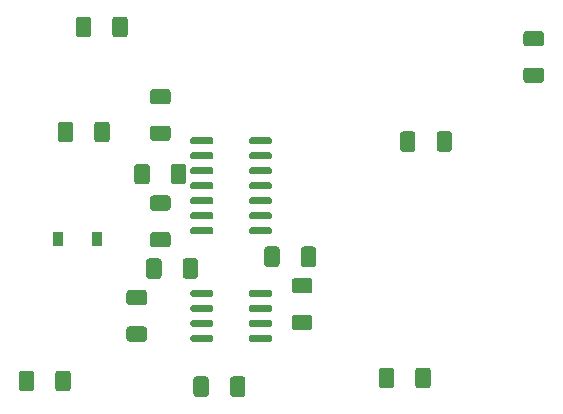
<source format=gbp>
%TF.GenerationSoftware,KiCad,Pcbnew,(5.1.12)-1*%
%TF.CreationDate,2022-05-06T09:07:05-07:00*%
%TF.ProjectId,HarmonicTremolo_V01,4861726d-6f6e-4696-9354-72656d6f6c6f,rev?*%
%TF.SameCoordinates,Original*%
%TF.FileFunction,Paste,Bot*%
%TF.FilePolarity,Positive*%
%FSLAX46Y46*%
G04 Gerber Fmt 4.6, Leading zero omitted, Abs format (unit mm)*
G04 Created by KiCad (PCBNEW (5.1.12)-1) date 2022-05-06 09:07:05*
%MOMM*%
%LPD*%
G01*
G04 APERTURE LIST*
%ADD10R,0.900000X1.200000*%
G04 APERTURE END LIST*
D10*
%TO.C,D1*%
X157350000Y-131500000D03*
X160650000Y-131500000D03*
%TD*%
%TO.C,R17*%
G36*
G01*
X196986999Y-116978000D02*
X198237001Y-116978000D01*
G75*
G02*
X198487000Y-117227999I0J-249999D01*
G01*
X198487000Y-118028001D01*
G75*
G02*
X198237001Y-118278000I-249999J0D01*
G01*
X196986999Y-118278000D01*
G75*
G02*
X196737000Y-118028001I0J249999D01*
G01*
X196737000Y-117227999D01*
G75*
G02*
X196986999Y-116978000I249999J0D01*
G01*
G37*
G36*
G01*
X196986999Y-113878000D02*
X198237001Y-113878000D01*
G75*
G02*
X198487000Y-114127999I0J-249999D01*
G01*
X198487000Y-114928001D01*
G75*
G02*
X198237001Y-115178000I-249999J0D01*
G01*
X196986999Y-115178000D01*
G75*
G02*
X196737000Y-114928001I0J249999D01*
G01*
X196737000Y-114127999D01*
G75*
G02*
X196986999Y-113878000I249999J0D01*
G01*
G37*
%TD*%
%TO.C,R18*%
G36*
G01*
X165374999Y-121900000D02*
X166625001Y-121900000D01*
G75*
G02*
X166875000Y-122149999I0J-249999D01*
G01*
X166875000Y-122950001D01*
G75*
G02*
X166625001Y-123200000I-249999J0D01*
G01*
X165374999Y-123200000D01*
G75*
G02*
X165125000Y-122950001I0J249999D01*
G01*
X165125000Y-122149999D01*
G75*
G02*
X165374999Y-121900000I249999J0D01*
G01*
G37*
G36*
G01*
X165374999Y-118800000D02*
X166625001Y-118800000D01*
G75*
G02*
X166875000Y-119049999I0J-249999D01*
G01*
X166875000Y-119850001D01*
G75*
G02*
X166625001Y-120100000I-249999J0D01*
G01*
X165374999Y-120100000D01*
G75*
G02*
X165125000Y-119850001I0J249999D01*
G01*
X165125000Y-119049999D01*
G75*
G02*
X165374999Y-118800000I249999J0D01*
G01*
G37*
%TD*%
%TO.C,R19*%
G36*
G01*
X164800000Y-134625001D02*
X164800000Y-133374999D01*
G75*
G02*
X165049999Y-133125000I249999J0D01*
G01*
X165850001Y-133125000D01*
G75*
G02*
X166100000Y-133374999I0J-249999D01*
G01*
X166100000Y-134625001D01*
G75*
G02*
X165850001Y-134875000I-249999J0D01*
G01*
X165049999Y-134875000D01*
G75*
G02*
X164800000Y-134625001I0J249999D01*
G01*
G37*
G36*
G01*
X167900000Y-134625001D02*
X167900000Y-133374999D01*
G75*
G02*
X168149999Y-133125000I249999J0D01*
G01*
X168950001Y-133125000D01*
G75*
G02*
X169200000Y-133374999I0J-249999D01*
G01*
X169200000Y-134625001D01*
G75*
G02*
X168950001Y-134875000I-249999J0D01*
G01*
X168149999Y-134875000D01*
G75*
G02*
X167900000Y-134625001I0J249999D01*
G01*
G37*
%TD*%
%TO.C,R20*%
G36*
G01*
X178625001Y-136100000D02*
X177374999Y-136100000D01*
G75*
G02*
X177125000Y-135850001I0J249999D01*
G01*
X177125000Y-135049999D01*
G75*
G02*
X177374999Y-134800000I249999J0D01*
G01*
X178625001Y-134800000D01*
G75*
G02*
X178875000Y-135049999I0J-249999D01*
G01*
X178875000Y-135850001D01*
G75*
G02*
X178625001Y-136100000I-249999J0D01*
G01*
G37*
G36*
G01*
X178625001Y-139200000D02*
X177374999Y-139200000D01*
G75*
G02*
X177125000Y-138950001I0J249999D01*
G01*
X177125000Y-138149999D01*
G75*
G02*
X177374999Y-137900000I249999J0D01*
G01*
X178625001Y-137900000D01*
G75*
G02*
X178875000Y-138149999I0J-249999D01*
G01*
X178875000Y-138950001D01*
G75*
G02*
X178625001Y-139200000I-249999J0D01*
G01*
G37*
%TD*%
%TO.C,R21*%
G36*
G01*
X161712000Y-121802999D02*
X161712000Y-123053001D01*
G75*
G02*
X161462001Y-123303000I-249999J0D01*
G01*
X160661999Y-123303000D01*
G75*
G02*
X160412000Y-123053001I0J249999D01*
G01*
X160412000Y-121802999D01*
G75*
G02*
X160661999Y-121553000I249999J0D01*
G01*
X161462001Y-121553000D01*
G75*
G02*
X161712000Y-121802999I0J-249999D01*
G01*
G37*
G36*
G01*
X158612000Y-121802999D02*
X158612000Y-123053001D01*
G75*
G02*
X158362001Y-123303000I-249999J0D01*
G01*
X157561999Y-123303000D01*
G75*
G02*
X157312000Y-123053001I0J249999D01*
G01*
X157312000Y-121802999D01*
G75*
G02*
X157561999Y-121553000I249999J0D01*
G01*
X158362001Y-121553000D01*
G75*
G02*
X158612000Y-121802999I0J-249999D01*
G01*
G37*
%TD*%
%TO.C,R22*%
G36*
G01*
X190700000Y-122624999D02*
X190700000Y-123875001D01*
G75*
G02*
X190450001Y-124125000I-249999J0D01*
G01*
X189649999Y-124125000D01*
G75*
G02*
X189400000Y-123875001I0J249999D01*
G01*
X189400000Y-122624999D01*
G75*
G02*
X189649999Y-122375000I249999J0D01*
G01*
X190450001Y-122375000D01*
G75*
G02*
X190700000Y-122624999I0J-249999D01*
G01*
G37*
G36*
G01*
X187600000Y-122624999D02*
X187600000Y-123875001D01*
G75*
G02*
X187350001Y-124125000I-249999J0D01*
G01*
X186549999Y-124125000D01*
G75*
G02*
X186300000Y-123875001I0J249999D01*
G01*
X186300000Y-122624999D01*
G75*
G02*
X186549999Y-122375000I249999J0D01*
G01*
X187350001Y-122375000D01*
G75*
G02*
X187600000Y-122624999I0J-249999D01*
G01*
G37*
%TD*%
%TO.C,R23*%
G36*
G01*
X166625001Y-132200000D02*
X165374999Y-132200000D01*
G75*
G02*
X165125000Y-131950001I0J249999D01*
G01*
X165125000Y-131149999D01*
G75*
G02*
X165374999Y-130900000I249999J0D01*
G01*
X166625001Y-130900000D01*
G75*
G02*
X166875000Y-131149999I0J-249999D01*
G01*
X166875000Y-131950001D01*
G75*
G02*
X166625001Y-132200000I-249999J0D01*
G01*
G37*
G36*
G01*
X166625001Y-129100000D02*
X165374999Y-129100000D01*
G75*
G02*
X165125000Y-128850001I0J249999D01*
G01*
X165125000Y-128049999D01*
G75*
G02*
X165374999Y-127800000I249999J0D01*
G01*
X166625001Y-127800000D01*
G75*
G02*
X166875000Y-128049999I0J-249999D01*
G01*
X166875000Y-128850001D01*
G75*
G02*
X166625001Y-129100000I-249999J0D01*
G01*
G37*
%TD*%
%TO.C,R24*%
G36*
G01*
X168200000Y-125374999D02*
X168200000Y-126625001D01*
G75*
G02*
X167950001Y-126875000I-249999J0D01*
G01*
X167149999Y-126875000D01*
G75*
G02*
X166900000Y-126625001I0J249999D01*
G01*
X166900000Y-125374999D01*
G75*
G02*
X167149999Y-125125000I249999J0D01*
G01*
X167950001Y-125125000D01*
G75*
G02*
X168200000Y-125374999I0J-249999D01*
G01*
G37*
G36*
G01*
X165100000Y-125374999D02*
X165100000Y-126625001D01*
G75*
G02*
X164850001Y-126875000I-249999J0D01*
G01*
X164049999Y-126875000D01*
G75*
G02*
X163800000Y-126625001I0J249999D01*
G01*
X163800000Y-125374999D01*
G75*
G02*
X164049999Y-125125000I249999J0D01*
G01*
X164850001Y-125125000D01*
G75*
G02*
X165100000Y-125374999I0J-249999D01*
G01*
G37*
%TD*%
%TO.C,R25*%
G36*
G01*
X187590000Y-143881001D02*
X187590000Y-142630999D01*
G75*
G02*
X187839999Y-142381000I249999J0D01*
G01*
X188640001Y-142381000D01*
G75*
G02*
X188890000Y-142630999I0J-249999D01*
G01*
X188890000Y-143881001D01*
G75*
G02*
X188640001Y-144131000I-249999J0D01*
G01*
X187839999Y-144131000D01*
G75*
G02*
X187590000Y-143881001I0J249999D01*
G01*
G37*
G36*
G01*
X184490000Y-143881001D02*
X184490000Y-142630999D01*
G75*
G02*
X184739999Y-142381000I249999J0D01*
G01*
X185540001Y-142381000D01*
G75*
G02*
X185790000Y-142630999I0J-249999D01*
G01*
X185790000Y-143881001D01*
G75*
G02*
X185540001Y-144131000I-249999J0D01*
G01*
X184739999Y-144131000D01*
G75*
G02*
X184490000Y-143881001I0J249999D01*
G01*
G37*
%TD*%
%TO.C,R26*%
G36*
G01*
X164625001Y-140200000D02*
X163374999Y-140200000D01*
G75*
G02*
X163125000Y-139950001I0J249999D01*
G01*
X163125000Y-139149999D01*
G75*
G02*
X163374999Y-138900000I249999J0D01*
G01*
X164625001Y-138900000D01*
G75*
G02*
X164875000Y-139149999I0J-249999D01*
G01*
X164875000Y-139950001D01*
G75*
G02*
X164625001Y-140200000I-249999J0D01*
G01*
G37*
G36*
G01*
X164625001Y-137100000D02*
X163374999Y-137100000D01*
G75*
G02*
X163125000Y-136850001I0J249999D01*
G01*
X163125000Y-136049999D01*
G75*
G02*
X163374999Y-135800000I249999J0D01*
G01*
X164625001Y-135800000D01*
G75*
G02*
X164875000Y-136049999I0J-249999D01*
G01*
X164875000Y-136850001D01*
G75*
G02*
X164625001Y-137100000I-249999J0D01*
G01*
G37*
%TD*%
%TO.C,R27*%
G36*
G01*
X157110000Y-144135001D02*
X157110000Y-142884999D01*
G75*
G02*
X157359999Y-142635000I249999J0D01*
G01*
X158160001Y-142635000D01*
G75*
G02*
X158410000Y-142884999I0J-249999D01*
G01*
X158410000Y-144135001D01*
G75*
G02*
X158160001Y-144385000I-249999J0D01*
G01*
X157359999Y-144385000D01*
G75*
G02*
X157110000Y-144135001I0J249999D01*
G01*
G37*
G36*
G01*
X154010000Y-144135001D02*
X154010000Y-142884999D01*
G75*
G02*
X154259999Y-142635000I249999J0D01*
G01*
X155060001Y-142635000D01*
G75*
G02*
X155310000Y-142884999I0J-249999D01*
G01*
X155310000Y-144135001D01*
G75*
G02*
X155060001Y-144385000I-249999J0D01*
G01*
X154259999Y-144385000D01*
G75*
G02*
X154010000Y-144135001I0J249999D01*
G01*
G37*
%TD*%
%TO.C,R28*%
G36*
G01*
X176100000Y-132374999D02*
X176100000Y-133625001D01*
G75*
G02*
X175850001Y-133875000I-249999J0D01*
G01*
X175049999Y-133875000D01*
G75*
G02*
X174800000Y-133625001I0J249999D01*
G01*
X174800000Y-132374999D01*
G75*
G02*
X175049999Y-132125000I249999J0D01*
G01*
X175850001Y-132125000D01*
G75*
G02*
X176100000Y-132374999I0J-249999D01*
G01*
G37*
G36*
G01*
X179200000Y-132374999D02*
X179200000Y-133625001D01*
G75*
G02*
X178950001Y-133875000I-249999J0D01*
G01*
X178149999Y-133875000D01*
G75*
G02*
X177900000Y-133625001I0J249999D01*
G01*
X177900000Y-132374999D01*
G75*
G02*
X178149999Y-132125000I249999J0D01*
G01*
X178950001Y-132125000D01*
G75*
G02*
X179200000Y-132374999I0J-249999D01*
G01*
G37*
%TD*%
%TO.C,R29*%
G36*
G01*
X170100000Y-143374999D02*
X170100000Y-144625001D01*
G75*
G02*
X169850001Y-144875000I-249999J0D01*
G01*
X169049999Y-144875000D01*
G75*
G02*
X168800000Y-144625001I0J249999D01*
G01*
X168800000Y-143374999D01*
G75*
G02*
X169049999Y-143125000I249999J0D01*
G01*
X169850001Y-143125000D01*
G75*
G02*
X170100000Y-143374999I0J-249999D01*
G01*
G37*
G36*
G01*
X173200000Y-143374999D02*
X173200000Y-144625001D01*
G75*
G02*
X172950001Y-144875000I-249999J0D01*
G01*
X172149999Y-144875000D01*
G75*
G02*
X171900000Y-144625001I0J249999D01*
G01*
X171900000Y-143374999D01*
G75*
G02*
X172149999Y-143125000I249999J0D01*
G01*
X172950001Y-143125000D01*
G75*
G02*
X173200000Y-143374999I0J-249999D01*
G01*
G37*
%TD*%
%TO.C,R30*%
G36*
G01*
X163236000Y-112912999D02*
X163236000Y-114163001D01*
G75*
G02*
X162986001Y-114413000I-249999J0D01*
G01*
X162185999Y-114413000D01*
G75*
G02*
X161936000Y-114163001I0J249999D01*
G01*
X161936000Y-112912999D01*
G75*
G02*
X162185999Y-112663000I249999J0D01*
G01*
X162986001Y-112663000D01*
G75*
G02*
X163236000Y-112912999I0J-249999D01*
G01*
G37*
G36*
G01*
X160136000Y-112912999D02*
X160136000Y-114163001D01*
G75*
G02*
X159886001Y-114413000I-249999J0D01*
G01*
X159085999Y-114413000D01*
G75*
G02*
X158836000Y-114163001I0J249999D01*
G01*
X158836000Y-112912999D01*
G75*
G02*
X159085999Y-112663000I249999J0D01*
G01*
X159886001Y-112663000D01*
G75*
G02*
X160136000Y-112912999I0J-249999D01*
G01*
G37*
%TD*%
%TO.C,U2*%
G36*
G01*
X168550000Y-130960000D02*
X168550000Y-130660000D01*
G75*
G02*
X168700000Y-130510000I150000J0D01*
G01*
X170350000Y-130510000D01*
G75*
G02*
X170500000Y-130660000I0J-150000D01*
G01*
X170500000Y-130960000D01*
G75*
G02*
X170350000Y-131110000I-150000J0D01*
G01*
X168700000Y-131110000D01*
G75*
G02*
X168550000Y-130960000I0J150000D01*
G01*
G37*
G36*
G01*
X168550000Y-129690000D02*
X168550000Y-129390000D01*
G75*
G02*
X168700000Y-129240000I150000J0D01*
G01*
X170350000Y-129240000D01*
G75*
G02*
X170500000Y-129390000I0J-150000D01*
G01*
X170500000Y-129690000D01*
G75*
G02*
X170350000Y-129840000I-150000J0D01*
G01*
X168700000Y-129840000D01*
G75*
G02*
X168550000Y-129690000I0J150000D01*
G01*
G37*
G36*
G01*
X168550000Y-128420000D02*
X168550000Y-128120000D01*
G75*
G02*
X168700000Y-127970000I150000J0D01*
G01*
X170350000Y-127970000D01*
G75*
G02*
X170500000Y-128120000I0J-150000D01*
G01*
X170500000Y-128420000D01*
G75*
G02*
X170350000Y-128570000I-150000J0D01*
G01*
X168700000Y-128570000D01*
G75*
G02*
X168550000Y-128420000I0J150000D01*
G01*
G37*
G36*
G01*
X168550000Y-127150000D02*
X168550000Y-126850000D01*
G75*
G02*
X168700000Y-126700000I150000J0D01*
G01*
X170350000Y-126700000D01*
G75*
G02*
X170500000Y-126850000I0J-150000D01*
G01*
X170500000Y-127150000D01*
G75*
G02*
X170350000Y-127300000I-150000J0D01*
G01*
X168700000Y-127300000D01*
G75*
G02*
X168550000Y-127150000I0J150000D01*
G01*
G37*
G36*
G01*
X168550000Y-125880000D02*
X168550000Y-125580000D01*
G75*
G02*
X168700000Y-125430000I150000J0D01*
G01*
X170350000Y-125430000D01*
G75*
G02*
X170500000Y-125580000I0J-150000D01*
G01*
X170500000Y-125880000D01*
G75*
G02*
X170350000Y-126030000I-150000J0D01*
G01*
X168700000Y-126030000D01*
G75*
G02*
X168550000Y-125880000I0J150000D01*
G01*
G37*
G36*
G01*
X168550000Y-124610000D02*
X168550000Y-124310000D01*
G75*
G02*
X168700000Y-124160000I150000J0D01*
G01*
X170350000Y-124160000D01*
G75*
G02*
X170500000Y-124310000I0J-150000D01*
G01*
X170500000Y-124610000D01*
G75*
G02*
X170350000Y-124760000I-150000J0D01*
G01*
X168700000Y-124760000D01*
G75*
G02*
X168550000Y-124610000I0J150000D01*
G01*
G37*
G36*
G01*
X168550000Y-123340000D02*
X168550000Y-123040000D01*
G75*
G02*
X168700000Y-122890000I150000J0D01*
G01*
X170350000Y-122890000D01*
G75*
G02*
X170500000Y-123040000I0J-150000D01*
G01*
X170500000Y-123340000D01*
G75*
G02*
X170350000Y-123490000I-150000J0D01*
G01*
X168700000Y-123490000D01*
G75*
G02*
X168550000Y-123340000I0J150000D01*
G01*
G37*
G36*
G01*
X173500000Y-123340000D02*
X173500000Y-123040000D01*
G75*
G02*
X173650000Y-122890000I150000J0D01*
G01*
X175300000Y-122890000D01*
G75*
G02*
X175450000Y-123040000I0J-150000D01*
G01*
X175450000Y-123340000D01*
G75*
G02*
X175300000Y-123490000I-150000J0D01*
G01*
X173650000Y-123490000D01*
G75*
G02*
X173500000Y-123340000I0J150000D01*
G01*
G37*
G36*
G01*
X173500000Y-124610000D02*
X173500000Y-124310000D01*
G75*
G02*
X173650000Y-124160000I150000J0D01*
G01*
X175300000Y-124160000D01*
G75*
G02*
X175450000Y-124310000I0J-150000D01*
G01*
X175450000Y-124610000D01*
G75*
G02*
X175300000Y-124760000I-150000J0D01*
G01*
X173650000Y-124760000D01*
G75*
G02*
X173500000Y-124610000I0J150000D01*
G01*
G37*
G36*
G01*
X173500000Y-125880000D02*
X173500000Y-125580000D01*
G75*
G02*
X173650000Y-125430000I150000J0D01*
G01*
X175300000Y-125430000D01*
G75*
G02*
X175450000Y-125580000I0J-150000D01*
G01*
X175450000Y-125880000D01*
G75*
G02*
X175300000Y-126030000I-150000J0D01*
G01*
X173650000Y-126030000D01*
G75*
G02*
X173500000Y-125880000I0J150000D01*
G01*
G37*
G36*
G01*
X173500000Y-127150000D02*
X173500000Y-126850000D01*
G75*
G02*
X173650000Y-126700000I150000J0D01*
G01*
X175300000Y-126700000D01*
G75*
G02*
X175450000Y-126850000I0J-150000D01*
G01*
X175450000Y-127150000D01*
G75*
G02*
X175300000Y-127300000I-150000J0D01*
G01*
X173650000Y-127300000D01*
G75*
G02*
X173500000Y-127150000I0J150000D01*
G01*
G37*
G36*
G01*
X173500000Y-128420000D02*
X173500000Y-128120000D01*
G75*
G02*
X173650000Y-127970000I150000J0D01*
G01*
X175300000Y-127970000D01*
G75*
G02*
X175450000Y-128120000I0J-150000D01*
G01*
X175450000Y-128420000D01*
G75*
G02*
X175300000Y-128570000I-150000J0D01*
G01*
X173650000Y-128570000D01*
G75*
G02*
X173500000Y-128420000I0J150000D01*
G01*
G37*
G36*
G01*
X173500000Y-129690000D02*
X173500000Y-129390000D01*
G75*
G02*
X173650000Y-129240000I150000J0D01*
G01*
X175300000Y-129240000D01*
G75*
G02*
X175450000Y-129390000I0J-150000D01*
G01*
X175450000Y-129690000D01*
G75*
G02*
X175300000Y-129840000I-150000J0D01*
G01*
X173650000Y-129840000D01*
G75*
G02*
X173500000Y-129690000I0J150000D01*
G01*
G37*
G36*
G01*
X173500000Y-130960000D02*
X173500000Y-130660000D01*
G75*
G02*
X173650000Y-130510000I150000J0D01*
G01*
X175300000Y-130510000D01*
G75*
G02*
X175450000Y-130660000I0J-150000D01*
G01*
X175450000Y-130960000D01*
G75*
G02*
X175300000Y-131110000I-150000J0D01*
G01*
X173650000Y-131110000D01*
G75*
G02*
X173500000Y-130960000I0J150000D01*
G01*
G37*
%TD*%
%TO.C,U3*%
G36*
G01*
X175450000Y-135945000D02*
X175450000Y-136245000D01*
G75*
G02*
X175300000Y-136395000I-150000J0D01*
G01*
X173650000Y-136395000D01*
G75*
G02*
X173500000Y-136245000I0J150000D01*
G01*
X173500000Y-135945000D01*
G75*
G02*
X173650000Y-135795000I150000J0D01*
G01*
X175300000Y-135795000D01*
G75*
G02*
X175450000Y-135945000I0J-150000D01*
G01*
G37*
G36*
G01*
X175450000Y-137215000D02*
X175450000Y-137515000D01*
G75*
G02*
X175300000Y-137665000I-150000J0D01*
G01*
X173650000Y-137665000D01*
G75*
G02*
X173500000Y-137515000I0J150000D01*
G01*
X173500000Y-137215000D01*
G75*
G02*
X173650000Y-137065000I150000J0D01*
G01*
X175300000Y-137065000D01*
G75*
G02*
X175450000Y-137215000I0J-150000D01*
G01*
G37*
G36*
G01*
X175450000Y-138485000D02*
X175450000Y-138785000D01*
G75*
G02*
X175300000Y-138935000I-150000J0D01*
G01*
X173650000Y-138935000D01*
G75*
G02*
X173500000Y-138785000I0J150000D01*
G01*
X173500000Y-138485000D01*
G75*
G02*
X173650000Y-138335000I150000J0D01*
G01*
X175300000Y-138335000D01*
G75*
G02*
X175450000Y-138485000I0J-150000D01*
G01*
G37*
G36*
G01*
X175450000Y-139755000D02*
X175450000Y-140055000D01*
G75*
G02*
X175300000Y-140205000I-150000J0D01*
G01*
X173650000Y-140205000D01*
G75*
G02*
X173500000Y-140055000I0J150000D01*
G01*
X173500000Y-139755000D01*
G75*
G02*
X173650000Y-139605000I150000J0D01*
G01*
X175300000Y-139605000D01*
G75*
G02*
X175450000Y-139755000I0J-150000D01*
G01*
G37*
G36*
G01*
X170500000Y-139755000D02*
X170500000Y-140055000D01*
G75*
G02*
X170350000Y-140205000I-150000J0D01*
G01*
X168700000Y-140205000D01*
G75*
G02*
X168550000Y-140055000I0J150000D01*
G01*
X168550000Y-139755000D01*
G75*
G02*
X168700000Y-139605000I150000J0D01*
G01*
X170350000Y-139605000D01*
G75*
G02*
X170500000Y-139755000I0J-150000D01*
G01*
G37*
G36*
G01*
X170500000Y-138485000D02*
X170500000Y-138785000D01*
G75*
G02*
X170350000Y-138935000I-150000J0D01*
G01*
X168700000Y-138935000D01*
G75*
G02*
X168550000Y-138785000I0J150000D01*
G01*
X168550000Y-138485000D01*
G75*
G02*
X168700000Y-138335000I150000J0D01*
G01*
X170350000Y-138335000D01*
G75*
G02*
X170500000Y-138485000I0J-150000D01*
G01*
G37*
G36*
G01*
X170500000Y-137215000D02*
X170500000Y-137515000D01*
G75*
G02*
X170350000Y-137665000I-150000J0D01*
G01*
X168700000Y-137665000D01*
G75*
G02*
X168550000Y-137515000I0J150000D01*
G01*
X168550000Y-137215000D01*
G75*
G02*
X168700000Y-137065000I150000J0D01*
G01*
X170350000Y-137065000D01*
G75*
G02*
X170500000Y-137215000I0J-150000D01*
G01*
G37*
G36*
G01*
X170500000Y-135945000D02*
X170500000Y-136245000D01*
G75*
G02*
X170350000Y-136395000I-150000J0D01*
G01*
X168700000Y-136395000D01*
G75*
G02*
X168550000Y-136245000I0J150000D01*
G01*
X168550000Y-135945000D01*
G75*
G02*
X168700000Y-135795000I150000J0D01*
G01*
X170350000Y-135795000D01*
G75*
G02*
X170500000Y-135945000I0J-150000D01*
G01*
G37*
%TD*%
M02*

</source>
